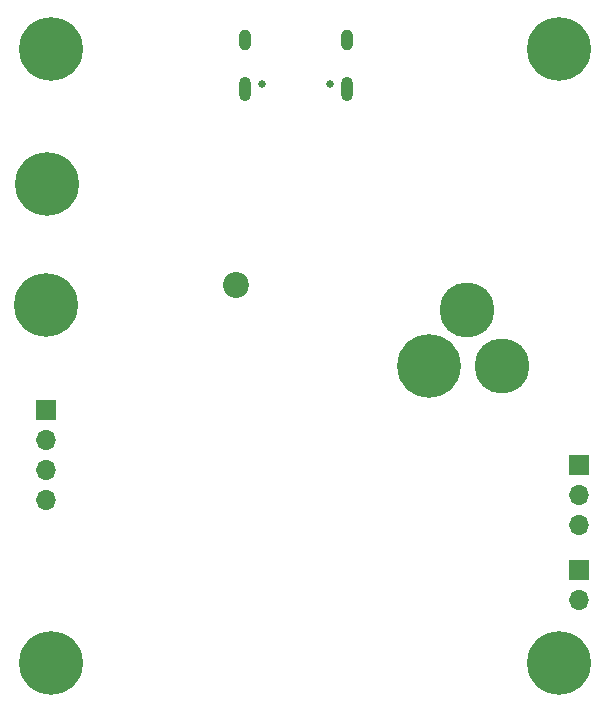
<source format=gbr>
%TF.GenerationSoftware,KiCad,Pcbnew,7.0.6*%
%TF.CreationDate,2023-08-15T19:52:18+12:00*%
%TF.ProjectId,esp32c3-ev-board,65737033-3263-4332-9d65-762d626f6172,rev?*%
%TF.SameCoordinates,Original*%
%TF.FileFunction,Soldermask,Bot*%
%TF.FilePolarity,Negative*%
%FSLAX46Y46*%
G04 Gerber Fmt 4.6, Leading zero omitted, Abs format (unit mm)*
G04 Created by KiCad (PCBNEW 7.0.6) date 2023-08-15 19:52:18*
%MOMM*%
%LPD*%
G01*
G04 APERTURE LIST*
%ADD10O,1.000000X1.800000*%
%ADD11O,1.000000X2.100000*%
%ADD12C,0.650000*%
%ADD13R,1.700000X1.700000*%
%ADD14O,1.700000X1.700000*%
%ADD15C,5.400000*%
%ADD16C,2.200000*%
%ADD17C,5.385000*%
%ADD18C,4.650000*%
G04 APERTURE END LIST*
D10*
%TO.C,J5*%
X128830000Y-60045000D03*
D11*
X128830000Y-64225000D03*
D10*
X137470000Y-60045000D03*
D11*
X137470000Y-64225000D03*
D12*
X130260000Y-63725000D03*
X136040000Y-63725000D03*
%TD*%
D13*
%TO.C,Hall*%
X157100000Y-96060000D03*
D14*
X157100000Y-98600000D03*
X157100000Y-101140000D03*
%TD*%
D15*
%TO.C,H1*%
X155400000Y-60800000D03*
%TD*%
%TO.C,H3*%
X155400000Y-112800000D03*
%TD*%
D16*
%TO.C,H7*%
X128075000Y-80825000D03*
%TD*%
D17*
%TO.C,J2*%
X144422000Y-87630000D03*
D18*
X150622000Y-87630000D03*
X147622000Y-82930000D03*
%TD*%
D15*
%TO.C,Negative -*%
X112000000Y-82500000D03*
%TD*%
%TO.C,H4*%
X112400000Y-112800000D03*
%TD*%
D13*
%TO.C,UART*%
X112000000Y-91360000D03*
D14*
X112000000Y-93900000D03*
X112000000Y-96440000D03*
X112000000Y-98980000D03*
%TD*%
D15*
%TO.C,Negative +*%
X112100000Y-72250000D03*
%TD*%
%TO.C,Positive*%
X112400000Y-60800000D03*
%TD*%
D13*
%TO.C,Therm*%
X157100000Y-104900000D03*
D14*
X157100000Y-107440000D03*
%TD*%
M02*

</source>
